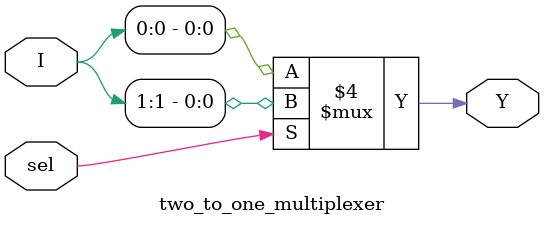
<source format=v>
`timescale 1ns / 1ps


module two_to_one_multiplexer(
    input [1:0] I,
    input sel,
    output reg Y
    );
  
  always @ (sel,I)begin
    if(sel==0)
        Y=I[0];
    else
        Y=I[1];
  end
  
endmodule

</source>
